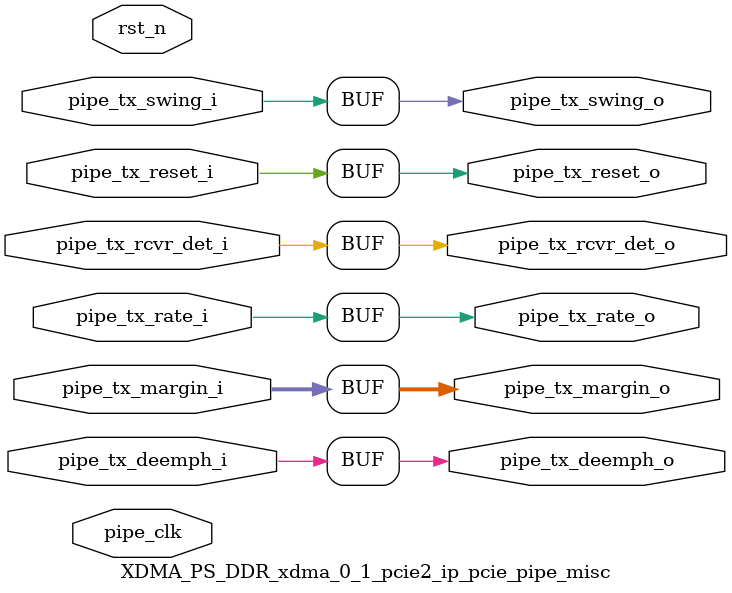
<source format=v>

`timescale 1ps/1ps

(* DowngradeIPIdentifiedWarnings = "yes" *)
module XDMA_PS_DDR_xdma_0_1_pcie2_ip_pcie_pipe_misc #
(
    parameter        PIPE_PIPELINE_STAGES = 0,    // 0 - 0 stages, 1 - 1 stage, 2 - 2 stages
    parameter TCQ  = 1 // synthesis warning solved: parameter declaration becomes local
)
(

    input   wire        pipe_tx_rcvr_det_i       ,     // PIPE Tx Receiver Detect
    input   wire        pipe_tx_reset_i          ,     // PIPE Tx Reset
    input   wire        pipe_tx_rate_i           ,     // PIPE Tx Rate
    input   wire        pipe_tx_deemph_i         ,     // PIPE Tx Deemphasis
    input   wire [2:0]  pipe_tx_margin_i         ,     // PIPE Tx Margin
    input   wire        pipe_tx_swing_i          ,     // PIPE Tx Swing

    output  wire        pipe_tx_rcvr_det_o       ,     // Pipelined PIPE Tx Receiver Detect
    output  wire        pipe_tx_reset_o          ,     // Pipelined PIPE Tx Reset
    output  wire        pipe_tx_rate_o           ,     // Pipelined PIPE Tx Rate
    output  wire        pipe_tx_deemph_o         ,     // Pipelined PIPE Tx Deemphasis
    output  wire [2:0]  pipe_tx_margin_o         ,     // Pipelined PIPE Tx Margin
    output  wire        pipe_tx_swing_o          ,     // Pipelined PIPE Tx Swing

    input   wire        pipe_clk                ,      // PIPE Clock
    input   wire        rst_n                          // Reset
);

//******************************************************************//
// Reality check.                                                   //
//******************************************************************//

//    parameter TCQ  = 1;      // clock to out delay model

    generate

    if (PIPE_PIPELINE_STAGES == 0) begin : pipe_stages_0

        assign pipe_tx_rcvr_det_o = pipe_tx_rcvr_det_i;
        assign pipe_tx_reset_o  = pipe_tx_reset_i;
        assign pipe_tx_rate_o = pipe_tx_rate_i;
        assign pipe_tx_deemph_o = pipe_tx_deemph_i;
        assign pipe_tx_margin_o = pipe_tx_margin_i;
        assign pipe_tx_swing_o = pipe_tx_swing_i;

    end // if (PIPE_PIPELINE_STAGES == 0)
    else if (PIPE_PIPELINE_STAGES == 1) begin : pipe_stages_1

    reg                pipe_tx_rcvr_det_q       ;
    reg                pipe_tx_reset_q          ;
    reg                pipe_tx_rate_q           ;
    reg                pipe_tx_deemph_q         ;
    reg [2:0]          pipe_tx_margin_q         ;
    reg                pipe_tx_swing_q          ;

        always @(posedge pipe_clk) begin

        if (rst_n)
        begin

            pipe_tx_rcvr_det_q <= #TCQ 0;
            pipe_tx_reset_q  <= #TCQ 1'b1;
            pipe_tx_rate_q <= #TCQ 0;
            pipe_tx_deemph_q <= #TCQ 1'b1;
            pipe_tx_margin_q <= #TCQ 0;
            pipe_tx_swing_q <= #TCQ 0;

        end
        else
        begin

            pipe_tx_rcvr_det_q <= #TCQ pipe_tx_rcvr_det_i;
            pipe_tx_reset_q  <= #TCQ pipe_tx_reset_i;
            pipe_tx_rate_q <= #TCQ pipe_tx_rate_i;
            pipe_tx_deemph_q <= #TCQ pipe_tx_deemph_i;
            pipe_tx_margin_q <= #TCQ pipe_tx_margin_i;
            pipe_tx_swing_q <= #TCQ pipe_tx_swing_i;

          end

        end

        assign pipe_tx_rcvr_det_o = pipe_tx_rcvr_det_q;
        assign pipe_tx_reset_o  = pipe_tx_reset_q;
        assign pipe_tx_rate_o = pipe_tx_rate_q;
        assign pipe_tx_deemph_o = pipe_tx_deemph_q;
        assign pipe_tx_margin_o = pipe_tx_margin_q;
        assign pipe_tx_swing_o = pipe_tx_swing_q;

    end // if (PIPE_PIPELINE_STAGES == 1)
    else if (PIPE_PIPELINE_STAGES == 2) begin : pipe_stages_2

    reg                pipe_tx_rcvr_det_q       ;
    reg                pipe_tx_reset_q          ;
    reg                pipe_tx_rate_q           ;
    reg                pipe_tx_deemph_q         ;
    reg [2:0]          pipe_tx_margin_q         ;
    reg                pipe_tx_swing_q          ;

    reg                pipe_tx_rcvr_det_qq      ;
    reg                pipe_tx_reset_qq         ;
    reg                pipe_tx_rate_qq          ;
    reg                pipe_tx_deemph_qq        ;
    reg [2:0]          pipe_tx_margin_qq        ;
    reg                pipe_tx_swing_qq         ;

        always @(posedge pipe_clk) begin

        if (rst_n)
        begin

            pipe_tx_rcvr_det_q <= #TCQ 0;
            pipe_tx_reset_q  <= #TCQ 1'b1;
            pipe_tx_rate_q <= #TCQ 0;
            pipe_tx_deemph_q <= #TCQ 1'b1;
            pipe_tx_margin_q <= #TCQ 0;
            pipe_tx_swing_q <= #TCQ 0;

            pipe_tx_rcvr_det_qq <= #TCQ 0;
            pipe_tx_reset_qq  <= #TCQ 1'b1;
            pipe_tx_rate_qq <= #TCQ 0;
            pipe_tx_deemph_qq <= #TCQ 1'b1;
            pipe_tx_margin_qq <= #TCQ 0;
            pipe_tx_swing_qq <= #TCQ 0;

        end
        else
        begin

            pipe_tx_rcvr_det_q <= #TCQ pipe_tx_rcvr_det_i;
            pipe_tx_reset_q  <= #TCQ pipe_tx_reset_i;
            pipe_tx_rate_q <= #TCQ pipe_tx_rate_i;
            pipe_tx_deemph_q <= #TCQ pipe_tx_deemph_i;
            pipe_tx_margin_q <= #TCQ pipe_tx_margin_i;
            pipe_tx_swing_q <= #TCQ pipe_tx_swing_i;

            pipe_tx_rcvr_det_qq <= #TCQ pipe_tx_rcvr_det_q;
            pipe_tx_reset_qq  <= #TCQ pipe_tx_reset_q;
            pipe_tx_rate_qq <= #TCQ pipe_tx_rate_q;
            pipe_tx_deemph_qq <= #TCQ pipe_tx_deemph_q;
            pipe_tx_margin_qq <= #TCQ pipe_tx_margin_q;
            pipe_tx_swing_qq <= #TCQ pipe_tx_swing_q;

          end

        end

        assign pipe_tx_rcvr_det_o = pipe_tx_rcvr_det_qq;
        assign pipe_tx_reset_o  = pipe_tx_reset_qq;
        assign pipe_tx_rate_o = pipe_tx_rate_qq;
        assign pipe_tx_deemph_o = pipe_tx_deemph_qq;
        assign pipe_tx_margin_o = pipe_tx_margin_qq;
        assign pipe_tx_swing_o = pipe_tx_swing_qq;

    end // if (PIPE_PIPELINE_STAGES == 2)

    endgenerate

endmodule


</source>
